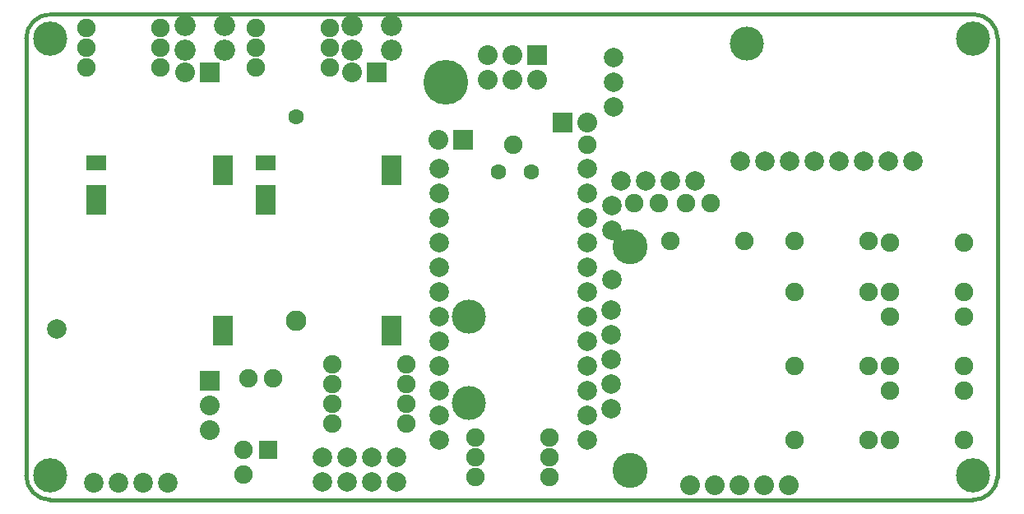
<source format=gbs>
G04 (created by PCBNEW (2013-jul-07)-stable) date So 23 Nov 2014 23:25:05 CET*
%MOIN*%
G04 Gerber Fmt 3.4, Leading zero omitted, Abs format*
%FSLAX34Y34*%
G01*
G70*
G90*
G04 APERTURE LIST*
%ADD10C,0.00590551*%
%ADD11C,0.015*%
%ADD12C,0.0790551*%
%ADD13C,0.13811*%
%ADD14C,0.0633*%
%ADD15C,0.083*%
%ADD16C,0.0791*%
%ADD17R,0.075X0.075*%
%ADD18C,0.075*%
%ADD19C,0.08*%
%ADD20C,0.142047*%
%ADD21C,0.0798425*%
%ADD22C,0.086*%
%ADD23C,0.138504*%
%ADD24R,0.08X0.08*%
%ADD25C,0.0633071*%
%ADD26R,0.0791X0.0594*%
%ADD27C,0.181417*%
G04 APERTURE END LIST*
G54D10*
G54D11*
X10000Y-28700D02*
X10000Y-10984D01*
X48346Y-29685D02*
X10984Y-29685D01*
X49370Y-10984D02*
X49370Y-28740D01*
X10984Y-10000D02*
X48385Y-10000D01*
X48346Y-29685D02*
G75*
G03X49370Y-28740I39J984D01*
G74*
G01*
X49370Y-10984D02*
G75*
G03X48385Y-10000I-984J0D01*
G74*
G01*
X10984Y-10000D02*
G75*
G03X10000Y-10984I0J-984D01*
G74*
G01*
X10000Y-28700D02*
G75*
G03X10984Y-29685I984J0D01*
G74*
G01*
G54D12*
X33700Y-26000D03*
X33700Y-25000D03*
X33700Y-24000D03*
X33700Y-23000D03*
X33700Y-22000D03*
G54D13*
X27950Y-22250D03*
X27950Y-25750D03*
G54D14*
X20922Y-14142D03*
G54D15*
X20922Y-22409D03*
G54D16*
X32750Y-27250D03*
X32750Y-26250D03*
X32750Y-25250D03*
X32750Y-24250D03*
X32750Y-23250D03*
X32750Y-22250D03*
X32750Y-21250D03*
X32750Y-20250D03*
X32750Y-19250D03*
X32750Y-18250D03*
X32750Y-17250D03*
X32750Y-16250D03*
X26750Y-16250D03*
X26750Y-17250D03*
X26750Y-18250D03*
X26750Y-19250D03*
X26750Y-20250D03*
X26750Y-21250D03*
X26750Y-22250D03*
X26750Y-23250D03*
X26750Y-24250D03*
X26750Y-25250D03*
X26750Y-26250D03*
X26750Y-27250D03*
X22000Y-28950D03*
X22000Y-27950D03*
X23000Y-28950D03*
X23000Y-27950D03*
X24000Y-28950D03*
X24000Y-27950D03*
X25000Y-28950D03*
X25000Y-27950D03*
G54D17*
X19800Y-27650D03*
G54D18*
X18800Y-27650D03*
X18800Y-28650D03*
G54D19*
X36893Y-29099D03*
X37893Y-29099D03*
X38893Y-29099D03*
X39893Y-29099D03*
X40893Y-29099D03*
G54D20*
X34472Y-19422D03*
X34472Y-28477D03*
G54D16*
X34100Y-16750D03*
X35100Y-16750D03*
X36100Y-16750D03*
X37100Y-16750D03*
X38950Y-15950D03*
X39950Y-15950D03*
X40950Y-15950D03*
X41950Y-15950D03*
X42950Y-15950D03*
X43950Y-15950D03*
X44950Y-15950D03*
X45950Y-15950D03*
G54D13*
X39200Y-11200D03*
G54D21*
X15750Y-29000D03*
X14750Y-29000D03*
X13750Y-29000D03*
X12750Y-29000D03*
G54D18*
X48000Y-22250D03*
X48000Y-24250D03*
X45000Y-22250D03*
X45000Y-24250D03*
X48000Y-25250D03*
X48000Y-27250D03*
X45000Y-25250D03*
X45000Y-27250D03*
X48000Y-19250D03*
X48000Y-21250D03*
X45000Y-19250D03*
X45000Y-21250D03*
G54D22*
X24800Y-10450D03*
X24800Y-11450D03*
X18050Y-10450D03*
X18050Y-11450D03*
X23200Y-10450D03*
X23200Y-11450D03*
X16450Y-10450D03*
X16450Y-11450D03*
G54D18*
X34650Y-17650D03*
X35650Y-17650D03*
X20000Y-24750D03*
X19000Y-24750D03*
X36750Y-17650D03*
X37750Y-17650D03*
G54D16*
X33743Y-17750D03*
X33743Y-18750D03*
X33743Y-20750D03*
G54D23*
X10984Y-10984D03*
X10984Y-28700D03*
X48385Y-10984D03*
X48385Y-28700D03*
G54D12*
X11237Y-22749D03*
G54D18*
X22400Y-25000D03*
X25400Y-25000D03*
X25400Y-24200D03*
X22400Y-24200D03*
X25400Y-26600D03*
X22400Y-26600D03*
X25400Y-25800D03*
X22400Y-25800D03*
X28200Y-28750D03*
X31200Y-28750D03*
X28200Y-27150D03*
X31200Y-27150D03*
X28200Y-27950D03*
X31200Y-27950D03*
X41150Y-19200D03*
X44150Y-19200D03*
X44150Y-27250D03*
X41150Y-27250D03*
X44150Y-21250D03*
X41150Y-21250D03*
X44150Y-24250D03*
X41150Y-24250D03*
X19300Y-10550D03*
X22300Y-10550D03*
X19300Y-11350D03*
X22300Y-11350D03*
X19300Y-12150D03*
X22300Y-12150D03*
X36100Y-19200D03*
X39100Y-19200D03*
X12450Y-10550D03*
X15450Y-10550D03*
X12450Y-11350D03*
X15450Y-11350D03*
X12450Y-12150D03*
X15450Y-12150D03*
X29750Y-15300D03*
X32750Y-15300D03*
G54D24*
X24200Y-12350D03*
G54D19*
X23200Y-12350D03*
G54D24*
X17450Y-12350D03*
G54D19*
X16450Y-12350D03*
G54D24*
X31750Y-14400D03*
G54D19*
X32750Y-14400D03*
G54D25*
X30469Y-16400D03*
X29130Y-16400D03*
G54D26*
X17959Y-23121D03*
X17959Y-22531D03*
X17959Y-16626D03*
X17959Y-16035D03*
X12840Y-16035D03*
X12840Y-17807D03*
X12840Y-17216D03*
X24809Y-23121D03*
X24809Y-22531D03*
X24809Y-16626D03*
X24809Y-16035D03*
X19690Y-16035D03*
X19690Y-17807D03*
X19690Y-17216D03*
G54D24*
X17450Y-24850D03*
G54D19*
X17450Y-25850D03*
X17450Y-26850D03*
G54D27*
X26988Y-12750D03*
G54D16*
X33800Y-12750D03*
X33800Y-11750D03*
X33800Y-13750D03*
G54D24*
X27700Y-15100D03*
G54D19*
X26700Y-15100D03*
G54D24*
X30700Y-11650D03*
G54D19*
X30700Y-12650D03*
X29700Y-11650D03*
X29700Y-12650D03*
X28700Y-11650D03*
X28700Y-12650D03*
M02*

</source>
